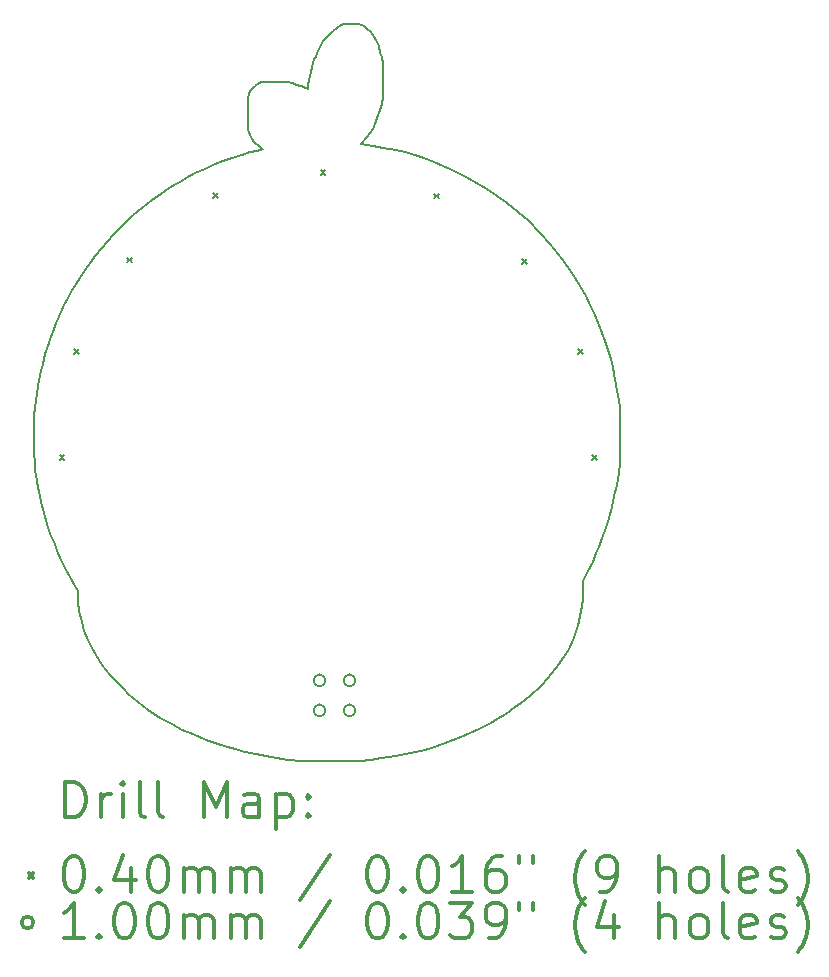
<source format=gbr>
%FSLAX45Y45*%
G04 Gerber Fmt 4.5, Leading zero omitted, Abs format (unit mm)*
G04 Created by KiCad (PCBNEW 4.0.7) date 06/01/18 21:06:35*
%MOMM*%
%LPD*%
G01*
G04 APERTURE LIST*
%ADD10C,0.127000*%
%ADD11C,0.150000*%
%ADD12C,0.200000*%
%ADD13C,0.300000*%
G04 APERTURE END LIST*
D10*
D11*
X11049000Y-7807960D02*
X11084560Y-7828280D01*
X10947400Y-7762240D02*
X11049000Y-7807960D01*
X10886440Y-7731760D02*
X10947400Y-7762240D01*
X10810240Y-7701280D02*
X10886440Y-7731760D01*
X10728960Y-7670800D02*
X10810240Y-7701280D01*
X10647680Y-7645400D02*
X10728960Y-7670800D01*
X10566400Y-7620000D02*
X10647680Y-7645400D01*
X10490200Y-7599680D02*
X10566400Y-7620000D01*
X10383520Y-7579360D02*
X10490200Y-7599680D01*
X10297160Y-7564120D02*
X10383520Y-7579360D01*
X10241280Y-7553960D02*
X10297160Y-7564120D01*
X10195560Y-7548880D02*
X10241280Y-7553960D01*
X10246360Y-7493000D02*
X10195560Y-7548880D01*
X10292080Y-7421880D02*
X10246360Y-7493000D01*
X10312400Y-7376160D02*
X10292080Y-7421880D01*
X10332720Y-7330440D02*
X10312400Y-7376160D01*
X10353040Y-7264400D02*
X10332720Y-7330440D01*
X10368280Y-7213600D02*
X10353040Y-7264400D01*
X10378440Y-7147560D02*
X10368280Y-7213600D01*
X10378440Y-7122160D02*
X10378440Y-7147560D01*
X10383520Y-7056120D02*
X10378440Y-7122160D01*
X10383520Y-6990080D02*
X10383520Y-7056120D01*
X10383520Y-6969760D02*
X10383520Y-6990080D01*
X10378440Y-6898640D02*
X10383520Y-6969760D01*
X10378440Y-6868160D02*
X10378440Y-6898640D01*
X10368280Y-6812280D02*
X10378440Y-6868160D01*
X10358120Y-6776720D02*
X10368280Y-6812280D01*
X10342880Y-6720840D02*
X10358120Y-6776720D01*
X10322560Y-6670040D02*
X10342880Y-6720840D01*
X10307320Y-6644640D02*
X10322560Y-6670040D01*
X10281920Y-6604000D02*
X10307320Y-6644640D01*
X10246360Y-6573520D02*
X10281920Y-6604000D01*
X10215880Y-6548120D02*
X10246360Y-6573520D01*
X10180320Y-6532880D02*
X10215880Y-6548120D01*
X10048240Y-6532880D02*
X10180320Y-6532880D01*
X10027920Y-6543040D02*
X10048240Y-6532880D01*
X9987280Y-6568440D02*
X10027920Y-6543040D01*
X9956800Y-6588760D02*
X9987280Y-6568440D01*
X9906000Y-6639560D02*
X9956800Y-6588760D01*
X9875520Y-6680200D02*
X9906000Y-6639560D01*
X9850120Y-6725920D02*
X9875520Y-6680200D01*
X9824720Y-6776720D02*
X9850120Y-6725920D01*
X9809480Y-6812280D02*
X9824720Y-6776720D01*
X9799320Y-6832600D02*
X9809480Y-6812280D01*
X9789160Y-6863080D02*
X9799320Y-6832600D01*
X9779000Y-6898640D02*
X9789160Y-6863080D01*
X9768840Y-6939280D02*
X9779000Y-6898640D01*
X9758680Y-6974840D02*
X9768840Y-6939280D01*
X9753600Y-7010400D02*
X9758680Y-6974840D01*
X9748520Y-7045960D02*
X9753600Y-7010400D01*
X9748520Y-7081520D02*
X9748520Y-7045960D01*
X9733280Y-7076440D02*
X9748520Y-7081520D01*
X9718040Y-7071360D02*
X9733280Y-7076440D01*
X9697720Y-7061200D02*
X9718040Y-7071360D01*
X9682480Y-7056120D02*
X9697720Y-7061200D01*
X9646920Y-7045960D02*
X9682480Y-7056120D01*
X9616440Y-7035800D02*
X9646920Y-7045960D01*
X9606280Y-7030720D02*
X9616440Y-7035800D01*
X9575800Y-7025640D02*
X9606280Y-7030720D01*
X9555480Y-7020560D02*
X9575800Y-7025640D01*
X9519920Y-7020560D02*
X9555480Y-7020560D01*
X9494520Y-7020560D02*
X9519920Y-7020560D01*
X9448800Y-7020560D02*
X9494520Y-7020560D01*
X9387840Y-7020560D02*
X9448800Y-7020560D01*
X9362440Y-7020560D02*
X9387840Y-7020560D01*
X9352280Y-7025640D02*
X9362440Y-7020560D01*
X9326880Y-7035800D02*
X9352280Y-7025640D01*
X9296400Y-7056120D02*
X9326880Y-7035800D01*
X9276080Y-7076440D02*
X9296400Y-7056120D01*
X9255760Y-7101840D02*
X9276080Y-7076440D01*
X9245600Y-7127240D02*
X9255760Y-7101840D01*
X9240520Y-7162800D02*
X9245600Y-7127240D01*
X9235440Y-7188200D02*
X9240520Y-7162800D01*
X9235440Y-7198360D02*
X9235440Y-7188200D01*
X9235440Y-7249160D02*
X9235440Y-7198360D01*
X9235440Y-7310120D02*
X9235440Y-7249160D01*
X9235440Y-7366000D02*
X9235440Y-7310120D01*
X9235440Y-7401560D02*
X9235440Y-7366000D01*
X9240520Y-7426960D02*
X9235440Y-7401560D01*
X9245600Y-7447280D02*
X9240520Y-7426960D01*
X9255760Y-7472680D02*
X9245600Y-7447280D01*
X9271000Y-7503160D02*
X9255760Y-7472680D01*
X9286240Y-7528560D02*
X9271000Y-7503160D01*
X9296400Y-7538720D02*
X9286240Y-7528560D01*
X9326880Y-7569200D02*
X9296400Y-7538720D01*
X9347200Y-7584440D02*
X9326880Y-7569200D01*
X9362440Y-7594600D02*
X9347200Y-7584440D01*
X9311640Y-7604760D02*
X9362440Y-7594600D01*
X9250680Y-7620000D02*
X9311640Y-7604760D01*
X9184640Y-7640320D02*
X9250680Y-7620000D01*
X9103360Y-7665720D02*
X9184640Y-7640320D01*
X9047480Y-7686040D02*
X9103360Y-7665720D01*
X9022080Y-7696200D02*
X9047480Y-7686040D01*
X8956040Y-7721600D02*
X9022080Y-7696200D01*
X8874760Y-7757160D02*
X8956040Y-7721600D01*
X8788400Y-7797800D02*
X8874760Y-7757160D01*
X8712200Y-7838440D02*
X8788400Y-7797800D01*
X8676640Y-7858760D02*
X8712200Y-7838440D01*
X8625840Y-7889240D02*
X8676640Y-7858760D01*
X8564880Y-7924800D02*
X8625840Y-7889240D01*
X8503920Y-7970520D02*
X8564880Y-7924800D01*
X8427720Y-8021320D02*
X8503920Y-7970520D01*
X8341360Y-8092440D02*
X8427720Y-8021320D01*
X8265160Y-8153400D02*
X8341360Y-8092440D01*
X8158480Y-8255000D02*
X8265160Y-8153400D01*
X8102600Y-8310880D02*
X8158480Y-8255000D01*
X8041640Y-8382000D02*
X8102600Y-8310880D01*
X8001000Y-8427720D02*
X8041640Y-8382000D01*
X7945120Y-8498840D02*
X8001000Y-8427720D01*
X7904480Y-8549640D02*
X7945120Y-8498840D01*
X7858760Y-8615680D02*
X7904480Y-8549640D01*
X7813040Y-8681720D02*
X7858760Y-8615680D01*
X7782560Y-8732520D02*
X7813040Y-8681720D01*
X7741920Y-8803640D02*
X7782560Y-8732520D01*
X7716520Y-8849360D02*
X7741920Y-8803640D01*
X7680960Y-8910320D02*
X7716520Y-8849360D01*
X7655560Y-8971280D02*
X7680960Y-8910320D01*
X7640320Y-9006840D02*
X7655560Y-8971280D01*
X7635240Y-9017000D02*
X7640320Y-9006840D01*
X7609840Y-9067800D02*
X7635240Y-9017000D01*
X7584440Y-9138920D02*
X7609840Y-9067800D01*
X7559040Y-9199880D02*
X7584440Y-9138920D01*
X7548880Y-9235440D02*
X7559040Y-9199880D01*
X7518400Y-9326880D02*
X7548880Y-9235440D01*
X7498080Y-9413240D02*
X7518400Y-9326880D01*
X7482840Y-9469120D02*
X7498080Y-9413240D01*
X7477760Y-9504680D02*
X7482840Y-9469120D01*
X7457440Y-9601200D02*
X7477760Y-9504680D01*
X7447280Y-9667240D02*
X7457440Y-9601200D01*
X7432040Y-9773920D02*
X7447280Y-9667240D01*
X7426960Y-9855200D02*
X7432040Y-9773920D01*
X7426960Y-9972040D02*
X7426960Y-9855200D01*
X7426960Y-10083800D02*
X7426960Y-9972040D01*
X7426960Y-10165080D02*
X7426960Y-10083800D01*
X7432040Y-10251440D02*
X7426960Y-10165080D01*
X7437120Y-10307320D02*
X7432040Y-10251440D01*
X7452360Y-10403840D02*
X7437120Y-10307320D01*
X7462520Y-10459720D02*
X7452360Y-10403840D01*
X7467600Y-10490200D02*
X7462520Y-10459720D01*
X7487920Y-10581640D02*
X7467600Y-10490200D01*
X7508240Y-10673080D02*
X7487920Y-10581640D01*
X7538720Y-10769600D02*
X7508240Y-10673080D01*
X7564120Y-10850880D02*
X7538720Y-10769600D01*
X7599680Y-10937240D02*
X7564120Y-10850880D01*
X7620000Y-10993120D02*
X7599680Y-10937240D01*
X7655560Y-11069320D02*
X7620000Y-10993120D01*
X7696200Y-11155680D02*
X7655560Y-11069320D01*
X7731760Y-11216640D02*
X7696200Y-11155680D01*
X7772400Y-11287760D02*
X7731760Y-11216640D01*
X7797800Y-11333480D02*
X7772400Y-11287760D01*
X7797800Y-11348720D02*
X7797800Y-11333480D01*
X7797800Y-11424920D02*
X7797800Y-11348720D01*
X7807960Y-11501120D02*
X7797800Y-11424920D01*
X7828280Y-11597640D02*
X7807960Y-11501120D01*
X7848600Y-11668760D02*
X7828280Y-11597640D01*
X7884160Y-11750040D02*
X7848600Y-11668760D01*
X7914640Y-11816080D02*
X7884160Y-11750040D01*
X7950200Y-11877040D02*
X7914640Y-11816080D01*
X8001000Y-11958320D02*
X7950200Y-11877040D01*
X8067040Y-12044680D02*
X8001000Y-11958320D01*
X8133080Y-12115800D02*
X8067040Y-12044680D01*
X8183880Y-12166600D02*
X8133080Y-12115800D01*
X8219440Y-12202160D02*
X8183880Y-12166600D01*
X8305800Y-12273280D02*
X8219440Y-12202160D01*
X8392160Y-12339320D02*
X8305800Y-12273280D01*
X8493760Y-12405360D02*
X8392160Y-12339320D01*
X8590280Y-12461240D02*
X8493760Y-12405360D01*
X8681720Y-12506960D02*
X8590280Y-12461240D01*
X8768080Y-12547600D02*
X8681720Y-12506960D01*
X8879840Y-12593320D02*
X8768080Y-12547600D01*
X8981440Y-12628880D02*
X8879840Y-12593320D01*
X9093200Y-12664440D02*
X8981440Y-12628880D01*
X9133840Y-12674600D02*
X9093200Y-12664440D01*
X9174480Y-12684760D02*
X9133840Y-12674600D01*
X9255760Y-12705080D02*
X9174480Y-12684760D01*
X9301480Y-12715240D02*
X9255760Y-12705080D01*
X9433560Y-12740640D02*
X9301480Y-12715240D01*
X9575800Y-12760960D02*
X9433560Y-12740640D01*
X9692640Y-12771120D02*
X9575800Y-12760960D01*
X9784080Y-12776200D02*
X9692640Y-12771120D01*
X9809480Y-12776200D02*
X9784080Y-12776200D01*
X9860280Y-12776200D02*
X9809480Y-12776200D01*
X9977120Y-12776200D02*
X9860280Y-12776200D01*
X10068560Y-12776200D02*
X9977120Y-12776200D01*
X10185400Y-12771120D02*
X10068560Y-12776200D01*
X10276840Y-12760960D02*
X10185400Y-12771120D01*
X10363200Y-12750800D02*
X10276840Y-12760960D01*
X10490200Y-12730480D02*
X10363200Y-12750800D01*
X10612120Y-12705080D02*
X10490200Y-12730480D01*
X10698480Y-12684760D02*
X10612120Y-12705080D01*
X10795000Y-12659360D02*
X10698480Y-12684760D01*
X10906760Y-12623800D02*
X10795000Y-12659360D01*
X11038840Y-12573000D02*
X10906760Y-12623800D01*
X11120120Y-12537440D02*
X11038840Y-12573000D01*
X11196320Y-12501880D02*
X11120120Y-12537440D01*
X11242040Y-12476480D02*
X11196320Y-12501880D01*
X11292840Y-12451080D02*
X11242040Y-12476480D01*
X11343640Y-12420600D02*
X11292840Y-12451080D01*
X11419840Y-12374880D02*
X11343640Y-12420600D01*
X11501120Y-12319000D02*
X11419840Y-12374880D01*
X11551920Y-12283440D02*
X11501120Y-12319000D01*
X11623040Y-12222480D02*
X11551920Y-12283440D01*
X11714480Y-12141200D02*
X11623040Y-12222480D01*
X11780520Y-12070080D02*
X11714480Y-12141200D01*
X11871960Y-11953240D02*
X11780520Y-12070080D01*
X11907520Y-11897360D02*
X11871960Y-11953240D01*
X11943080Y-11841480D02*
X11907520Y-11897360D01*
X11993880Y-11734800D02*
X11943080Y-11841480D01*
X12014200Y-11673840D02*
X11993880Y-11734800D01*
X12029440Y-11628120D02*
X12014200Y-11673840D01*
X12049760Y-11546840D02*
X12029440Y-11628120D01*
X12065000Y-11460480D02*
X12049760Y-11546840D01*
X12070080Y-11399520D02*
X12065000Y-11460480D01*
X12070080Y-11292840D02*
X12070080Y-11399520D01*
X12070080Y-11247120D02*
X12070080Y-11292840D01*
X12080240Y-11231880D02*
X12070080Y-11247120D01*
X12115800Y-11165840D02*
X12080240Y-11231880D01*
X12156440Y-11084560D02*
X12115800Y-11165840D01*
X12186920Y-11013440D02*
X12156440Y-11084560D01*
X12212320Y-10957560D02*
X12186920Y-11013440D01*
X12237720Y-10886440D02*
X12212320Y-10957560D01*
X12268200Y-10800080D02*
X12237720Y-10886440D01*
X12293600Y-10718800D02*
X12268200Y-10800080D01*
X12319000Y-10622280D02*
X12293600Y-10718800D01*
X12339320Y-10530840D02*
X12319000Y-10622280D01*
X12359640Y-10434320D02*
X12339320Y-10530840D01*
X12374880Y-10332720D02*
X12359640Y-10434320D01*
X12385040Y-10251440D02*
X12374880Y-10332720D01*
X12390120Y-10149840D02*
X12385040Y-10251440D01*
X12390120Y-10119360D02*
X12390120Y-10149840D01*
X12390120Y-10007600D02*
X12390120Y-10119360D01*
X12390120Y-9885680D02*
X12390120Y-10007600D01*
X12385040Y-9784080D02*
X12390120Y-9885680D01*
X12374880Y-9712960D02*
X12385040Y-9784080D01*
X12364720Y-9641840D02*
X12374880Y-9712960D01*
X12354560Y-9585960D02*
X12364720Y-9641840D01*
X12339320Y-9499600D02*
X12354560Y-9585960D01*
X12324080Y-9438640D02*
X12339320Y-9499600D01*
X12308840Y-9372600D02*
X12324080Y-9438640D01*
X12293600Y-9321800D02*
X12308840Y-9372600D01*
X12263120Y-9215120D02*
X12293600Y-9321800D01*
X12212320Y-9083040D02*
X12263120Y-9215120D01*
X12166600Y-8976360D02*
X12212320Y-9083040D01*
X12136120Y-8915400D02*
X12166600Y-8976360D01*
X12095480Y-8834120D02*
X12136120Y-8915400D01*
X12049760Y-8752840D02*
X12095480Y-8834120D01*
X11978640Y-8641080D02*
X12049760Y-8752840D01*
X11892280Y-8519160D02*
X11978640Y-8641080D01*
X11790680Y-8392160D02*
X11892280Y-8519160D01*
X11612880Y-8204200D02*
X11790680Y-8392160D01*
X11430000Y-8051800D02*
X11612880Y-8204200D01*
X11257280Y-7929880D02*
X11430000Y-8051800D01*
X11084560Y-7828280D02*
X11257280Y-7929880D01*
D12*
X7641148Y-10181148D02*
X7681148Y-10221148D01*
X7681148Y-10181148D02*
X7641148Y-10221148D01*
X7767132Y-9284020D02*
X7807132Y-9324020D01*
X7807132Y-9284020D02*
X7767132Y-9324020D01*
X8213664Y-8510844D02*
X8253664Y-8550844D01*
X8253664Y-8510844D02*
X8213664Y-8550844D01*
X8941120Y-7962204D02*
X8981120Y-8002204D01*
X8981120Y-7962204D02*
X8941120Y-8002204D01*
X9851964Y-7771704D02*
X9891964Y-7811704D01*
X9891964Y-7771704D02*
X9851964Y-7811704D01*
X10815640Y-7969824D02*
X10855640Y-8009824D01*
X10855640Y-7969824D02*
X10815640Y-8009824D01*
X11558336Y-8524052D02*
X11598336Y-8564052D01*
X11598336Y-8524052D02*
X11558336Y-8564052D01*
X12034840Y-9288084D02*
X12074840Y-9328084D01*
X12074840Y-9288084D02*
X12034840Y-9328084D01*
X12153204Y-10183180D02*
X12193204Y-10223180D01*
X12193204Y-10183180D02*
X12153204Y-10223180D01*
X9892500Y-12090400D02*
G75*
G03X9892500Y-12090400I-50000J0D01*
G01*
X9892500Y-12344400D02*
G75*
G03X9892500Y-12344400I-50000J0D01*
G01*
X10146500Y-12090400D02*
G75*
G03X10146500Y-12090400I-50000J0D01*
G01*
X10146500Y-12344400D02*
G75*
G03X10146500Y-12344400I-50000J0D01*
G01*
D13*
X7690888Y-13249414D02*
X7690888Y-12949414D01*
X7762317Y-12949414D01*
X7805174Y-12963700D01*
X7833746Y-12992271D01*
X7848031Y-13020843D01*
X7862317Y-13077986D01*
X7862317Y-13120843D01*
X7848031Y-13177986D01*
X7833746Y-13206557D01*
X7805174Y-13235129D01*
X7762317Y-13249414D01*
X7690888Y-13249414D01*
X7990888Y-13249414D02*
X7990888Y-13049414D01*
X7990888Y-13106557D02*
X8005174Y-13077986D01*
X8019460Y-13063700D01*
X8048031Y-13049414D01*
X8076603Y-13049414D01*
X8176603Y-13249414D02*
X8176603Y-13049414D01*
X8176603Y-12949414D02*
X8162317Y-12963700D01*
X8176603Y-12977986D01*
X8190888Y-12963700D01*
X8176603Y-12949414D01*
X8176603Y-12977986D01*
X8362317Y-13249414D02*
X8333746Y-13235129D01*
X8319460Y-13206557D01*
X8319460Y-12949414D01*
X8519460Y-13249414D02*
X8490889Y-13235129D01*
X8476603Y-13206557D01*
X8476603Y-12949414D01*
X8862317Y-13249414D02*
X8862317Y-12949414D01*
X8962317Y-13163700D01*
X9062317Y-12949414D01*
X9062317Y-13249414D01*
X9333746Y-13249414D02*
X9333746Y-13092271D01*
X9319460Y-13063700D01*
X9290889Y-13049414D01*
X9233746Y-13049414D01*
X9205174Y-13063700D01*
X9333746Y-13235129D02*
X9305174Y-13249414D01*
X9233746Y-13249414D01*
X9205174Y-13235129D01*
X9190889Y-13206557D01*
X9190889Y-13177986D01*
X9205174Y-13149414D01*
X9233746Y-13135129D01*
X9305174Y-13135129D01*
X9333746Y-13120843D01*
X9476603Y-13049414D02*
X9476603Y-13349414D01*
X9476603Y-13063700D02*
X9505174Y-13049414D01*
X9562317Y-13049414D01*
X9590889Y-13063700D01*
X9605174Y-13077986D01*
X9619460Y-13106557D01*
X9619460Y-13192271D01*
X9605174Y-13220843D01*
X9590889Y-13235129D01*
X9562317Y-13249414D01*
X9505174Y-13249414D01*
X9476603Y-13235129D01*
X9748031Y-13220843D02*
X9762317Y-13235129D01*
X9748031Y-13249414D01*
X9733746Y-13235129D01*
X9748031Y-13220843D01*
X9748031Y-13249414D01*
X9748031Y-13063700D02*
X9762317Y-13077986D01*
X9748031Y-13092271D01*
X9733746Y-13077986D01*
X9748031Y-13063700D01*
X9748031Y-13092271D01*
X7379460Y-13723700D02*
X7419460Y-13763700D01*
X7419460Y-13723700D02*
X7379460Y-13763700D01*
X7748031Y-13579414D02*
X7776603Y-13579414D01*
X7805174Y-13593700D01*
X7819460Y-13607986D01*
X7833746Y-13636557D01*
X7848031Y-13693700D01*
X7848031Y-13765129D01*
X7833746Y-13822271D01*
X7819460Y-13850843D01*
X7805174Y-13865129D01*
X7776603Y-13879414D01*
X7748031Y-13879414D01*
X7719460Y-13865129D01*
X7705174Y-13850843D01*
X7690888Y-13822271D01*
X7676603Y-13765129D01*
X7676603Y-13693700D01*
X7690888Y-13636557D01*
X7705174Y-13607986D01*
X7719460Y-13593700D01*
X7748031Y-13579414D01*
X7976603Y-13850843D02*
X7990888Y-13865129D01*
X7976603Y-13879414D01*
X7962317Y-13865129D01*
X7976603Y-13850843D01*
X7976603Y-13879414D01*
X8248031Y-13679414D02*
X8248031Y-13879414D01*
X8176603Y-13565129D02*
X8105174Y-13779414D01*
X8290888Y-13779414D01*
X8462317Y-13579414D02*
X8490889Y-13579414D01*
X8519460Y-13593700D01*
X8533746Y-13607986D01*
X8548031Y-13636557D01*
X8562317Y-13693700D01*
X8562317Y-13765129D01*
X8548031Y-13822271D01*
X8533746Y-13850843D01*
X8519460Y-13865129D01*
X8490889Y-13879414D01*
X8462317Y-13879414D01*
X8433746Y-13865129D01*
X8419460Y-13850843D01*
X8405174Y-13822271D01*
X8390889Y-13765129D01*
X8390889Y-13693700D01*
X8405174Y-13636557D01*
X8419460Y-13607986D01*
X8433746Y-13593700D01*
X8462317Y-13579414D01*
X8690889Y-13879414D02*
X8690889Y-13679414D01*
X8690889Y-13707986D02*
X8705174Y-13693700D01*
X8733746Y-13679414D01*
X8776603Y-13679414D01*
X8805174Y-13693700D01*
X8819460Y-13722271D01*
X8819460Y-13879414D01*
X8819460Y-13722271D02*
X8833746Y-13693700D01*
X8862317Y-13679414D01*
X8905174Y-13679414D01*
X8933746Y-13693700D01*
X8948031Y-13722271D01*
X8948031Y-13879414D01*
X9090889Y-13879414D02*
X9090889Y-13679414D01*
X9090889Y-13707986D02*
X9105174Y-13693700D01*
X9133746Y-13679414D01*
X9176603Y-13679414D01*
X9205174Y-13693700D01*
X9219460Y-13722271D01*
X9219460Y-13879414D01*
X9219460Y-13722271D02*
X9233746Y-13693700D01*
X9262317Y-13679414D01*
X9305174Y-13679414D01*
X9333746Y-13693700D01*
X9348031Y-13722271D01*
X9348031Y-13879414D01*
X9933746Y-13565129D02*
X9676603Y-13950843D01*
X10319460Y-13579414D02*
X10348031Y-13579414D01*
X10376603Y-13593700D01*
X10390888Y-13607986D01*
X10405174Y-13636557D01*
X10419460Y-13693700D01*
X10419460Y-13765129D01*
X10405174Y-13822271D01*
X10390888Y-13850843D01*
X10376603Y-13865129D01*
X10348031Y-13879414D01*
X10319460Y-13879414D01*
X10290888Y-13865129D01*
X10276603Y-13850843D01*
X10262317Y-13822271D01*
X10248031Y-13765129D01*
X10248031Y-13693700D01*
X10262317Y-13636557D01*
X10276603Y-13607986D01*
X10290888Y-13593700D01*
X10319460Y-13579414D01*
X10548031Y-13850843D02*
X10562317Y-13865129D01*
X10548031Y-13879414D01*
X10533746Y-13865129D01*
X10548031Y-13850843D01*
X10548031Y-13879414D01*
X10748031Y-13579414D02*
X10776603Y-13579414D01*
X10805174Y-13593700D01*
X10819460Y-13607986D01*
X10833746Y-13636557D01*
X10848031Y-13693700D01*
X10848031Y-13765129D01*
X10833746Y-13822271D01*
X10819460Y-13850843D01*
X10805174Y-13865129D01*
X10776603Y-13879414D01*
X10748031Y-13879414D01*
X10719460Y-13865129D01*
X10705174Y-13850843D01*
X10690888Y-13822271D01*
X10676603Y-13765129D01*
X10676603Y-13693700D01*
X10690888Y-13636557D01*
X10705174Y-13607986D01*
X10719460Y-13593700D01*
X10748031Y-13579414D01*
X11133746Y-13879414D02*
X10962317Y-13879414D01*
X11048031Y-13879414D02*
X11048031Y-13579414D01*
X11019460Y-13622271D01*
X10990888Y-13650843D01*
X10962317Y-13665129D01*
X11390888Y-13579414D02*
X11333745Y-13579414D01*
X11305174Y-13593700D01*
X11290888Y-13607986D01*
X11262317Y-13650843D01*
X11248031Y-13707986D01*
X11248031Y-13822271D01*
X11262317Y-13850843D01*
X11276603Y-13865129D01*
X11305174Y-13879414D01*
X11362317Y-13879414D01*
X11390888Y-13865129D01*
X11405174Y-13850843D01*
X11419460Y-13822271D01*
X11419460Y-13750843D01*
X11405174Y-13722271D01*
X11390888Y-13707986D01*
X11362317Y-13693700D01*
X11305174Y-13693700D01*
X11276603Y-13707986D01*
X11262317Y-13722271D01*
X11248031Y-13750843D01*
X11533746Y-13579414D02*
X11533746Y-13636557D01*
X11648031Y-13579414D02*
X11648031Y-13636557D01*
X12090888Y-13993700D02*
X12076603Y-13979414D01*
X12048031Y-13936557D01*
X12033745Y-13907986D01*
X12019460Y-13865129D01*
X12005174Y-13793700D01*
X12005174Y-13736557D01*
X12019460Y-13665129D01*
X12033745Y-13622271D01*
X12048031Y-13593700D01*
X12076603Y-13550843D01*
X12090888Y-13536557D01*
X12219460Y-13879414D02*
X12276603Y-13879414D01*
X12305174Y-13865129D01*
X12319460Y-13850843D01*
X12348031Y-13807986D01*
X12362317Y-13750843D01*
X12362317Y-13636557D01*
X12348031Y-13607986D01*
X12333745Y-13593700D01*
X12305174Y-13579414D01*
X12248031Y-13579414D01*
X12219460Y-13593700D01*
X12205174Y-13607986D01*
X12190888Y-13636557D01*
X12190888Y-13707986D01*
X12205174Y-13736557D01*
X12219460Y-13750843D01*
X12248031Y-13765129D01*
X12305174Y-13765129D01*
X12333745Y-13750843D01*
X12348031Y-13736557D01*
X12362317Y-13707986D01*
X12719460Y-13879414D02*
X12719460Y-13579414D01*
X12848031Y-13879414D02*
X12848031Y-13722271D01*
X12833745Y-13693700D01*
X12805174Y-13679414D01*
X12762317Y-13679414D01*
X12733745Y-13693700D01*
X12719460Y-13707986D01*
X13033745Y-13879414D02*
X13005174Y-13865129D01*
X12990888Y-13850843D01*
X12976603Y-13822271D01*
X12976603Y-13736557D01*
X12990888Y-13707986D01*
X13005174Y-13693700D01*
X13033745Y-13679414D01*
X13076603Y-13679414D01*
X13105174Y-13693700D01*
X13119460Y-13707986D01*
X13133745Y-13736557D01*
X13133745Y-13822271D01*
X13119460Y-13850843D01*
X13105174Y-13865129D01*
X13076603Y-13879414D01*
X13033745Y-13879414D01*
X13305174Y-13879414D02*
X13276603Y-13865129D01*
X13262317Y-13836557D01*
X13262317Y-13579414D01*
X13533746Y-13865129D02*
X13505174Y-13879414D01*
X13448031Y-13879414D01*
X13419460Y-13865129D01*
X13405174Y-13836557D01*
X13405174Y-13722271D01*
X13419460Y-13693700D01*
X13448031Y-13679414D01*
X13505174Y-13679414D01*
X13533746Y-13693700D01*
X13548031Y-13722271D01*
X13548031Y-13750843D01*
X13405174Y-13779414D01*
X13662317Y-13865129D02*
X13690888Y-13879414D01*
X13748031Y-13879414D01*
X13776603Y-13865129D01*
X13790888Y-13836557D01*
X13790888Y-13822271D01*
X13776603Y-13793700D01*
X13748031Y-13779414D01*
X13705174Y-13779414D01*
X13676603Y-13765129D01*
X13662317Y-13736557D01*
X13662317Y-13722271D01*
X13676603Y-13693700D01*
X13705174Y-13679414D01*
X13748031Y-13679414D01*
X13776603Y-13693700D01*
X13890888Y-13993700D02*
X13905174Y-13979414D01*
X13933746Y-13936557D01*
X13948031Y-13907986D01*
X13962317Y-13865129D01*
X13976603Y-13793700D01*
X13976603Y-13736557D01*
X13962317Y-13665129D01*
X13948031Y-13622271D01*
X13933746Y-13593700D01*
X13905174Y-13550843D01*
X13890888Y-13536557D01*
X7419460Y-14139700D02*
G75*
G03X7419460Y-14139700I-50000J0D01*
G01*
X7848031Y-14275414D02*
X7676603Y-14275414D01*
X7762317Y-14275414D02*
X7762317Y-13975414D01*
X7733746Y-14018271D01*
X7705174Y-14046843D01*
X7676603Y-14061129D01*
X7976603Y-14246843D02*
X7990888Y-14261129D01*
X7976603Y-14275414D01*
X7962317Y-14261129D01*
X7976603Y-14246843D01*
X7976603Y-14275414D01*
X8176603Y-13975414D02*
X8205174Y-13975414D01*
X8233746Y-13989700D01*
X8248031Y-14003986D01*
X8262317Y-14032557D01*
X8276603Y-14089700D01*
X8276603Y-14161129D01*
X8262317Y-14218271D01*
X8248031Y-14246843D01*
X8233746Y-14261129D01*
X8205174Y-14275414D01*
X8176603Y-14275414D01*
X8148031Y-14261129D01*
X8133746Y-14246843D01*
X8119460Y-14218271D01*
X8105174Y-14161129D01*
X8105174Y-14089700D01*
X8119460Y-14032557D01*
X8133746Y-14003986D01*
X8148031Y-13989700D01*
X8176603Y-13975414D01*
X8462317Y-13975414D02*
X8490889Y-13975414D01*
X8519460Y-13989700D01*
X8533746Y-14003986D01*
X8548031Y-14032557D01*
X8562317Y-14089700D01*
X8562317Y-14161129D01*
X8548031Y-14218271D01*
X8533746Y-14246843D01*
X8519460Y-14261129D01*
X8490889Y-14275414D01*
X8462317Y-14275414D01*
X8433746Y-14261129D01*
X8419460Y-14246843D01*
X8405174Y-14218271D01*
X8390889Y-14161129D01*
X8390889Y-14089700D01*
X8405174Y-14032557D01*
X8419460Y-14003986D01*
X8433746Y-13989700D01*
X8462317Y-13975414D01*
X8690889Y-14275414D02*
X8690889Y-14075414D01*
X8690889Y-14103986D02*
X8705174Y-14089700D01*
X8733746Y-14075414D01*
X8776603Y-14075414D01*
X8805174Y-14089700D01*
X8819460Y-14118271D01*
X8819460Y-14275414D01*
X8819460Y-14118271D02*
X8833746Y-14089700D01*
X8862317Y-14075414D01*
X8905174Y-14075414D01*
X8933746Y-14089700D01*
X8948031Y-14118271D01*
X8948031Y-14275414D01*
X9090889Y-14275414D02*
X9090889Y-14075414D01*
X9090889Y-14103986D02*
X9105174Y-14089700D01*
X9133746Y-14075414D01*
X9176603Y-14075414D01*
X9205174Y-14089700D01*
X9219460Y-14118271D01*
X9219460Y-14275414D01*
X9219460Y-14118271D02*
X9233746Y-14089700D01*
X9262317Y-14075414D01*
X9305174Y-14075414D01*
X9333746Y-14089700D01*
X9348031Y-14118271D01*
X9348031Y-14275414D01*
X9933746Y-13961129D02*
X9676603Y-14346843D01*
X10319460Y-13975414D02*
X10348031Y-13975414D01*
X10376603Y-13989700D01*
X10390888Y-14003986D01*
X10405174Y-14032557D01*
X10419460Y-14089700D01*
X10419460Y-14161129D01*
X10405174Y-14218271D01*
X10390888Y-14246843D01*
X10376603Y-14261129D01*
X10348031Y-14275414D01*
X10319460Y-14275414D01*
X10290888Y-14261129D01*
X10276603Y-14246843D01*
X10262317Y-14218271D01*
X10248031Y-14161129D01*
X10248031Y-14089700D01*
X10262317Y-14032557D01*
X10276603Y-14003986D01*
X10290888Y-13989700D01*
X10319460Y-13975414D01*
X10548031Y-14246843D02*
X10562317Y-14261129D01*
X10548031Y-14275414D01*
X10533746Y-14261129D01*
X10548031Y-14246843D01*
X10548031Y-14275414D01*
X10748031Y-13975414D02*
X10776603Y-13975414D01*
X10805174Y-13989700D01*
X10819460Y-14003986D01*
X10833746Y-14032557D01*
X10848031Y-14089700D01*
X10848031Y-14161129D01*
X10833746Y-14218271D01*
X10819460Y-14246843D01*
X10805174Y-14261129D01*
X10776603Y-14275414D01*
X10748031Y-14275414D01*
X10719460Y-14261129D01*
X10705174Y-14246843D01*
X10690888Y-14218271D01*
X10676603Y-14161129D01*
X10676603Y-14089700D01*
X10690888Y-14032557D01*
X10705174Y-14003986D01*
X10719460Y-13989700D01*
X10748031Y-13975414D01*
X10948031Y-13975414D02*
X11133746Y-13975414D01*
X11033746Y-14089700D01*
X11076603Y-14089700D01*
X11105174Y-14103986D01*
X11119460Y-14118271D01*
X11133746Y-14146843D01*
X11133746Y-14218271D01*
X11119460Y-14246843D01*
X11105174Y-14261129D01*
X11076603Y-14275414D01*
X10990888Y-14275414D01*
X10962317Y-14261129D01*
X10948031Y-14246843D01*
X11276603Y-14275414D02*
X11333745Y-14275414D01*
X11362317Y-14261129D01*
X11376603Y-14246843D01*
X11405174Y-14203986D01*
X11419460Y-14146843D01*
X11419460Y-14032557D01*
X11405174Y-14003986D01*
X11390888Y-13989700D01*
X11362317Y-13975414D01*
X11305174Y-13975414D01*
X11276603Y-13989700D01*
X11262317Y-14003986D01*
X11248031Y-14032557D01*
X11248031Y-14103986D01*
X11262317Y-14132557D01*
X11276603Y-14146843D01*
X11305174Y-14161129D01*
X11362317Y-14161129D01*
X11390888Y-14146843D01*
X11405174Y-14132557D01*
X11419460Y-14103986D01*
X11533746Y-13975414D02*
X11533746Y-14032557D01*
X11648031Y-13975414D02*
X11648031Y-14032557D01*
X12090888Y-14389700D02*
X12076603Y-14375414D01*
X12048031Y-14332557D01*
X12033745Y-14303986D01*
X12019460Y-14261129D01*
X12005174Y-14189700D01*
X12005174Y-14132557D01*
X12019460Y-14061129D01*
X12033745Y-14018271D01*
X12048031Y-13989700D01*
X12076603Y-13946843D01*
X12090888Y-13932557D01*
X12333745Y-14075414D02*
X12333745Y-14275414D01*
X12262317Y-13961129D02*
X12190888Y-14175414D01*
X12376603Y-14175414D01*
X12719460Y-14275414D02*
X12719460Y-13975414D01*
X12848031Y-14275414D02*
X12848031Y-14118271D01*
X12833745Y-14089700D01*
X12805174Y-14075414D01*
X12762317Y-14075414D01*
X12733745Y-14089700D01*
X12719460Y-14103986D01*
X13033745Y-14275414D02*
X13005174Y-14261129D01*
X12990888Y-14246843D01*
X12976603Y-14218271D01*
X12976603Y-14132557D01*
X12990888Y-14103986D01*
X13005174Y-14089700D01*
X13033745Y-14075414D01*
X13076603Y-14075414D01*
X13105174Y-14089700D01*
X13119460Y-14103986D01*
X13133745Y-14132557D01*
X13133745Y-14218271D01*
X13119460Y-14246843D01*
X13105174Y-14261129D01*
X13076603Y-14275414D01*
X13033745Y-14275414D01*
X13305174Y-14275414D02*
X13276603Y-14261129D01*
X13262317Y-14232557D01*
X13262317Y-13975414D01*
X13533746Y-14261129D02*
X13505174Y-14275414D01*
X13448031Y-14275414D01*
X13419460Y-14261129D01*
X13405174Y-14232557D01*
X13405174Y-14118271D01*
X13419460Y-14089700D01*
X13448031Y-14075414D01*
X13505174Y-14075414D01*
X13533746Y-14089700D01*
X13548031Y-14118271D01*
X13548031Y-14146843D01*
X13405174Y-14175414D01*
X13662317Y-14261129D02*
X13690888Y-14275414D01*
X13748031Y-14275414D01*
X13776603Y-14261129D01*
X13790888Y-14232557D01*
X13790888Y-14218271D01*
X13776603Y-14189700D01*
X13748031Y-14175414D01*
X13705174Y-14175414D01*
X13676603Y-14161129D01*
X13662317Y-14132557D01*
X13662317Y-14118271D01*
X13676603Y-14089700D01*
X13705174Y-14075414D01*
X13748031Y-14075414D01*
X13776603Y-14089700D01*
X13890888Y-14389700D02*
X13905174Y-14375414D01*
X13933746Y-14332557D01*
X13948031Y-14303986D01*
X13962317Y-14261129D01*
X13976603Y-14189700D01*
X13976603Y-14132557D01*
X13962317Y-14061129D01*
X13948031Y-14018271D01*
X13933746Y-13989700D01*
X13905174Y-13946843D01*
X13890888Y-13932557D01*
M02*

</source>
